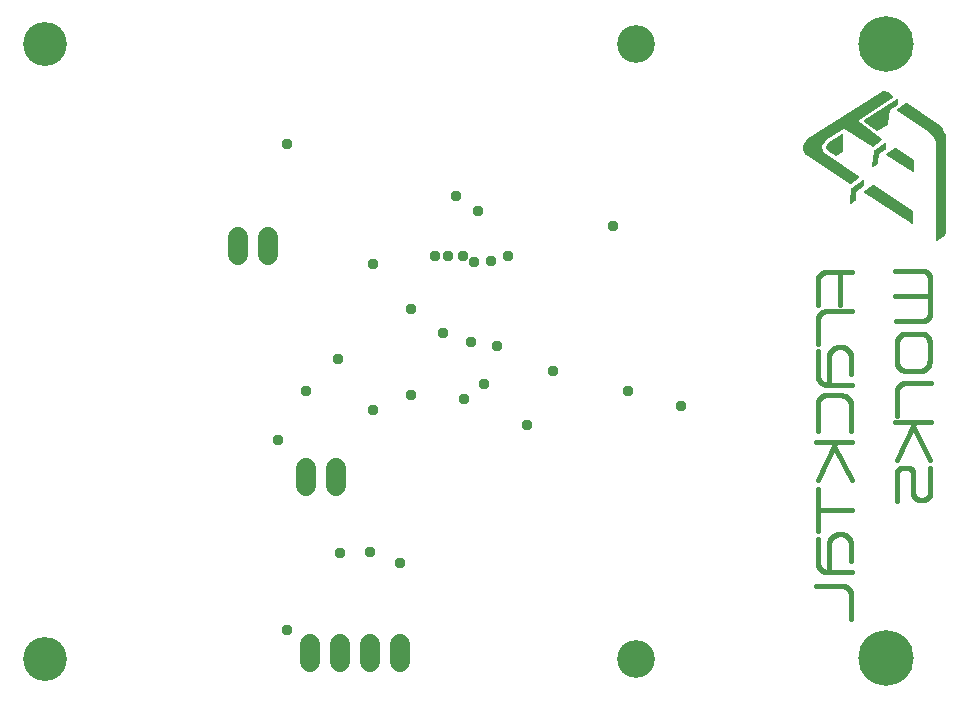
<source format=gbr>
G04 EAGLE Gerber RS-274X export*
G75*
%MOMM*%
%FSLAX34Y34*%
%LPD*%
%INSoldermask Bottom*%
%IPPOS*%
%AMOC8*
5,1,8,0,0,1.08239X$1,22.5*%
G01*
%ADD10C,4.703294*%
%ADD11C,3.203194*%
%ADD12C,3.712694*%
%ADD13C,1.727200*%
%ADD14C,0.406400*%
%ADD15C,0.959600*%

G36*
X848633Y537094D02*
X848633Y537094D01*
X848699Y537093D01*
X848721Y537103D01*
X848739Y537105D01*
X848772Y537126D01*
X848831Y537152D01*
X857213Y542994D01*
X857238Y543022D01*
X857270Y543042D01*
X857296Y543085D01*
X857329Y543123D01*
X857339Y543159D01*
X857358Y543191D01*
X857362Y543241D01*
X857376Y543290D01*
X857369Y543326D01*
X857372Y543364D01*
X857353Y543410D01*
X857344Y543460D01*
X857321Y543490D01*
X857307Y543524D01*
X857262Y543568D01*
X857239Y543598D01*
X857221Y543607D01*
X857203Y543625D01*
X828263Y562411D01*
X827166Y563282D01*
X826266Y564331D01*
X825582Y565532D01*
X825138Y566840D01*
X824951Y568209D01*
X825026Y569589D01*
X825362Y570930D01*
X825946Y572182D01*
X826757Y573301D01*
X827773Y574252D01*
X834653Y579106D01*
X841922Y583349D01*
X842504Y583576D01*
X843108Y583666D01*
X843718Y583620D01*
X844301Y583438D01*
X844861Y583113D01*
X867462Y568892D01*
X867522Y568871D01*
X867579Y568843D01*
X867603Y568844D01*
X867625Y568836D01*
X867689Y568844D01*
X867752Y568844D01*
X867776Y568855D01*
X867797Y568858D01*
X867829Y568879D01*
X867884Y568904D01*
X875758Y574492D01*
X875774Y574510D01*
X875795Y574522D01*
X875831Y574574D01*
X875873Y574622D01*
X875879Y574645D01*
X875893Y574665D01*
X875901Y574728D01*
X875918Y574789D01*
X875913Y574813D01*
X875917Y574836D01*
X875897Y574897D01*
X875884Y574959D01*
X875870Y574978D01*
X875862Y575001D01*
X875800Y575068D01*
X875779Y575096D01*
X875771Y575100D01*
X875764Y575108D01*
X857231Y588817D01*
X856755Y589213D01*
X856414Y589685D01*
X856200Y590226D01*
X856128Y590804D01*
X856200Y591382D01*
X856414Y591923D01*
X856755Y592395D01*
X857220Y592782D01*
X885648Y610803D01*
X885672Y610827D01*
X885702Y610844D01*
X885732Y610888D01*
X885769Y610927D01*
X885780Y610959D01*
X885799Y610988D01*
X885806Y611040D01*
X885823Y611091D01*
X885818Y611125D01*
X885823Y611159D01*
X885806Y611210D01*
X885798Y611263D01*
X885779Y611291D01*
X885768Y611324D01*
X885722Y611373D01*
X885700Y611405D01*
X885685Y611414D01*
X885670Y611430D01*
X880844Y614986D01*
X880826Y614994D01*
X880808Y615009D01*
X879780Y615602D01*
X879746Y615612D01*
X879701Y615636D01*
X878567Y615985D01*
X878532Y615987D01*
X878483Y616001D01*
X877300Y616088D01*
X877265Y616083D01*
X877214Y616085D01*
X876041Y615907D01*
X876009Y615894D01*
X875959Y615885D01*
X874854Y615450D01*
X874826Y615430D01*
X874779Y615410D01*
X873804Y614743D01*
X812340Y575122D01*
X812328Y575109D01*
X812309Y575099D01*
X811027Y574079D01*
X811008Y574054D01*
X810972Y574025D01*
X809924Y572766D01*
X809909Y572737D01*
X809880Y572702D01*
X809108Y571256D01*
X809100Y571225D01*
X809079Y571185D01*
X808615Y569614D01*
X808613Y569581D01*
X808601Y569538D01*
X808464Y567905D01*
X808469Y567873D01*
X808466Y567827D01*
X808662Y566201D01*
X808674Y566171D01*
X808680Y566125D01*
X809201Y564572D01*
X809218Y564545D01*
X809233Y564502D01*
X810058Y563086D01*
X810081Y563063D01*
X810104Y563024D01*
X811199Y561805D01*
X811225Y561786D01*
X811256Y561753D01*
X812574Y560780D01*
X812583Y560776D01*
X812591Y560769D01*
X848405Y537147D01*
X848467Y537124D01*
X848526Y537094D01*
X848547Y537094D01*
X848567Y537087D01*
X848633Y537094D01*
G37*
G36*
X921512Y488834D02*
X921512Y488834D01*
X921585Y488831D01*
X921600Y488837D01*
X921613Y488837D01*
X921647Y488856D01*
X921719Y488885D01*
X926799Y492187D01*
X926812Y492201D01*
X926833Y492212D01*
X927885Y493073D01*
X927906Y493100D01*
X927943Y493133D01*
X928783Y494202D01*
X928797Y494233D01*
X928827Y494273D01*
X929413Y495499D01*
X929420Y495533D01*
X929441Y495578D01*
X929746Y496903D01*
X929746Y496937D01*
X929756Y496986D01*
X929766Y498345D01*
X929766Y498346D01*
X929766Y498347D01*
X930020Y573277D01*
X930017Y573289D01*
X930019Y573304D01*
X929824Y576111D01*
X929817Y576134D01*
X929817Y576166D01*
X929217Y578915D01*
X929206Y578937D01*
X929201Y578968D01*
X928209Y581601D01*
X928196Y581621D01*
X928186Y581651D01*
X926822Y584113D01*
X926806Y584131D01*
X926792Y584159D01*
X925087Y586397D01*
X925074Y586407D01*
X925067Y586421D01*
X925058Y586427D01*
X925050Y586439D01*
X923038Y588405D01*
X923017Y588418D01*
X922996Y588441D01*
X920720Y590096D01*
X920712Y590099D01*
X920705Y590106D01*
X896321Y606108D01*
X896261Y606130D01*
X896205Y606159D01*
X896181Y606159D01*
X896158Y606167D01*
X896095Y606161D01*
X896032Y606162D01*
X896007Y606151D01*
X895986Y606149D01*
X895954Y606128D01*
X895899Y606105D01*
X887263Y600263D01*
X887237Y600234D01*
X887204Y600214D01*
X887179Y600172D01*
X887145Y600136D01*
X887134Y600099D01*
X887114Y600065D01*
X887110Y600016D01*
X887096Y599970D01*
X887103Y599931D01*
X887100Y599893D01*
X887118Y599847D01*
X887126Y599799D01*
X887149Y599768D01*
X887163Y599732D01*
X887206Y599690D01*
X887229Y599659D01*
X887248Y599649D01*
X887267Y599630D01*
X915448Y581097D01*
X917043Y579856D01*
X918410Y578389D01*
X919527Y576724D01*
X920365Y574903D01*
X920905Y572971D01*
X921132Y570971D01*
X921132Y489204D01*
X921148Y489133D01*
X921160Y489061D01*
X921168Y489049D01*
X921171Y489035D01*
X921218Y488979D01*
X921259Y488920D01*
X921272Y488913D01*
X921281Y488902D01*
X921348Y488872D01*
X921412Y488837D01*
X921426Y488837D01*
X921440Y488831D01*
X921512Y488834D01*
G37*
G36*
X900840Y503918D02*
X900840Y503918D01*
X900938Y503928D01*
X901265Y504025D01*
X901293Y504041D01*
X901382Y504084D01*
X901656Y504286D01*
X901677Y504311D01*
X901746Y504381D01*
X901935Y504664D01*
X901946Y504695D01*
X901988Y504784D01*
X902069Y505115D01*
X902070Y505151D01*
X902080Y505206D01*
X902080Y513842D01*
X902074Y513869D01*
X902076Y513897D01*
X902054Y513952D01*
X902041Y514011D01*
X902023Y514032D01*
X902013Y514058D01*
X901955Y514115D01*
X901931Y514144D01*
X901920Y514149D01*
X901909Y514160D01*
X868381Y536258D01*
X868327Y536278D01*
X868276Y536306D01*
X868246Y536307D01*
X868219Y536317D01*
X868161Y536311D01*
X868103Y536314D01*
X868071Y536302D01*
X868046Y536299D01*
X868017Y536280D01*
X867968Y536261D01*
X859586Y530927D01*
X859554Y530894D01*
X859516Y530870D01*
X859494Y530833D01*
X859465Y530803D01*
X859451Y530760D01*
X859428Y530721D01*
X859424Y530678D01*
X859411Y530638D01*
X859418Y530593D01*
X859414Y530548D01*
X859430Y530509D01*
X859436Y530467D01*
X859462Y530429D01*
X859479Y530387D01*
X859515Y530352D01*
X859535Y530324D01*
X859558Y530311D01*
X859583Y530287D01*
X899969Y504125D01*
X899996Y504115D01*
X900027Y504094D01*
X900341Y503961D01*
X900373Y503955D01*
X900468Y503931D01*
X900808Y503912D01*
X900840Y503918D01*
G37*
G36*
X871317Y582057D02*
X871317Y582057D01*
X871373Y582061D01*
X871436Y582086D01*
X871479Y582097D01*
X871506Y582116D01*
X871546Y582132D01*
X880436Y587466D01*
X880498Y587520D01*
X880565Y587568D01*
X880582Y587593D01*
X880605Y587614D01*
X880644Y587686D01*
X880690Y587754D01*
X880699Y587787D01*
X880712Y587811D01*
X880719Y587859D01*
X880740Y587934D01*
X882227Y600332D01*
X888700Y604363D01*
X888702Y604364D01*
X888703Y604365D01*
X888734Y604393D01*
X888737Y604394D01*
X888740Y604398D01*
X888785Y604439D01*
X888867Y604513D01*
X888868Y604515D01*
X888869Y604516D01*
X888920Y604615D01*
X888970Y604712D01*
X888971Y604714D01*
X888972Y604716D01*
X888999Y604901D01*
X888999Y608584D01*
X888996Y608604D01*
X888998Y608624D01*
X888976Y608714D01*
X888960Y608805D01*
X888949Y608822D01*
X888945Y608842D01*
X888893Y608918D01*
X888845Y608998D01*
X888830Y609011D01*
X888819Y609027D01*
X888743Y609081D01*
X888671Y609139D01*
X888652Y609146D01*
X888636Y609158D01*
X888546Y609182D01*
X888459Y609211D01*
X888439Y609211D01*
X888419Y609216D01*
X888327Y609207D01*
X888234Y609205D01*
X888216Y609197D01*
X888196Y609195D01*
X888036Y609124D01*
X888027Y609120D01*
X888026Y609120D01*
X888025Y609119D01*
X860085Y591339D01*
X860035Y591294D01*
X859980Y591256D01*
X859954Y591218D01*
X859920Y591187D01*
X859889Y591127D01*
X859851Y591073D01*
X859839Y591028D01*
X859818Y590987D01*
X859810Y590921D01*
X859793Y590856D01*
X859797Y590810D01*
X859792Y590764D01*
X859808Y590699D01*
X859814Y590633D01*
X859834Y590591D01*
X859845Y590546D01*
X859883Y590491D01*
X859912Y590431D01*
X859950Y590393D01*
X859971Y590361D01*
X860004Y590337D01*
X860044Y590297D01*
X870839Y582169D01*
X870889Y582144D01*
X870934Y582110D01*
X870988Y582094D01*
X871039Y582068D01*
X871095Y582062D01*
X871149Y582046D01*
X871206Y582049D01*
X871262Y582043D01*
X871317Y582057D01*
G37*
G36*
X902240Y547763D02*
X902240Y547763D01*
X902309Y547765D01*
X902325Y547774D01*
X902344Y547777D01*
X902401Y547815D01*
X902461Y547848D01*
X902472Y547863D01*
X902487Y547874D01*
X902521Y547934D01*
X902561Y547990D01*
X902565Y548010D01*
X902573Y548024D01*
X902575Y548063D01*
X902588Y548132D01*
X902588Y557530D01*
X902582Y557558D01*
X902584Y557586D01*
X902562Y557641D01*
X902549Y557699D01*
X902531Y557721D01*
X902520Y557747D01*
X902463Y557803D01*
X902439Y557832D01*
X902427Y557837D01*
X902417Y557848D01*
X886923Y568008D01*
X886867Y568028D01*
X886816Y568056D01*
X886787Y568058D01*
X886760Y568067D01*
X886701Y568061D01*
X886642Y568063D01*
X886612Y568051D01*
X886588Y568049D01*
X886558Y568029D01*
X886508Y568010D01*
X878634Y562930D01*
X878601Y562895D01*
X878561Y562868D01*
X878541Y562834D01*
X878514Y562805D01*
X878499Y562759D01*
X878475Y562718D01*
X878473Y562678D01*
X878461Y562640D01*
X878468Y562592D01*
X878465Y562545D01*
X878481Y562508D01*
X878487Y562469D01*
X878515Y562429D01*
X878533Y562385D01*
X878568Y562353D01*
X878586Y562327D01*
X878611Y562313D01*
X878640Y562287D01*
X902008Y547809D01*
X902073Y547787D01*
X902136Y547759D01*
X902154Y547759D01*
X902172Y547753D01*
X902240Y547763D01*
G37*
G36*
X836660Y560849D02*
X836660Y560849D01*
X836707Y560853D01*
X836783Y560885D01*
X836831Y560899D01*
X836850Y560913D01*
X836879Y560925D01*
X842086Y564100D01*
X842092Y564106D01*
X842099Y564109D01*
X842131Y564139D01*
X842164Y564158D01*
X842197Y564199D01*
X842254Y564249D01*
X842258Y564256D01*
X842263Y564261D01*
X842288Y564311D01*
X842305Y564332D01*
X842318Y564369D01*
X842360Y564447D01*
X842361Y564455D01*
X842364Y564462D01*
X842375Y564537D01*
X842377Y564545D01*
X842377Y564553D01*
X842390Y564648D01*
X842263Y579253D01*
X842257Y579285D01*
X842259Y579318D01*
X842250Y579349D01*
X842250Y579357D01*
X842242Y579376D01*
X842236Y579395D01*
X842222Y579473D01*
X842205Y579501D01*
X842195Y579533D01*
X842147Y579597D01*
X842106Y579665D01*
X842080Y579686D01*
X842060Y579712D01*
X841993Y579755D01*
X841930Y579805D01*
X841899Y579815D01*
X841871Y579833D01*
X841793Y579850D01*
X841717Y579875D01*
X841684Y579874D01*
X841652Y579881D01*
X841573Y579870D01*
X841493Y579867D01*
X841463Y579854D01*
X841430Y579849D01*
X841330Y579799D01*
X841286Y579780D01*
X841277Y579772D01*
X841263Y579765D01*
X829960Y571764D01*
X829938Y571742D01*
X829904Y571720D01*
X829307Y571189D01*
X829277Y571149D01*
X829206Y571074D01*
X828753Y570416D01*
X828733Y570370D01*
X828683Y570281D01*
X828400Y569533D01*
X828391Y569484D01*
X828364Y569385D01*
X828268Y568592D01*
X828270Y568542D01*
X828268Y568439D01*
X828364Y567646D01*
X828378Y567598D01*
X828400Y567498D01*
X828683Y566750D01*
X828708Y566707D01*
X828753Y566615D01*
X829206Y565957D01*
X829242Y565921D01*
X829307Y565842D01*
X829904Y565311D01*
X829932Y565294D01*
X829964Y565264D01*
X836187Y560946D01*
X836230Y560927D01*
X836267Y560899D01*
X836331Y560880D01*
X836391Y560853D01*
X836438Y560849D01*
X836483Y560836D01*
X836549Y560841D01*
X836615Y560836D01*
X836660Y560849D01*
G37*
G36*
X848892Y520200D02*
X848892Y520200D01*
X848937Y520197D01*
X849002Y520216D01*
X849070Y520226D01*
X849116Y520249D01*
X849152Y520260D01*
X849185Y520284D01*
X849237Y520311D01*
X852793Y522851D01*
X852812Y522871D01*
X852834Y522884D01*
X852855Y522909D01*
X852887Y522933D01*
X852914Y522975D01*
X852949Y523012D01*
X852963Y523043D01*
X852975Y523058D01*
X852984Y523082D01*
X853009Y523121D01*
X853023Y523179D01*
X853040Y523217D01*
X853042Y523254D01*
X853046Y523266D01*
X853047Y523270D01*
X853047Y523272D01*
X853055Y523303D01*
X853789Y530523D01*
X860048Y535309D01*
X860099Y535365D01*
X860156Y535415D01*
X860174Y535447D01*
X860200Y535475D01*
X860228Y535545D01*
X860264Y535611D01*
X860272Y535653D01*
X860284Y535683D01*
X860285Y535728D01*
X860297Y535796D01*
X860424Y540495D01*
X860417Y540539D01*
X860420Y540584D01*
X860410Y540618D01*
X860410Y540619D01*
X860408Y540623D01*
X860401Y540649D01*
X860390Y540717D01*
X860369Y540756D01*
X860356Y540799D01*
X860315Y540853D01*
X860282Y540913D01*
X860247Y540942D01*
X860220Y540978D01*
X860163Y541015D01*
X860111Y541059D01*
X860069Y541074D01*
X860031Y541099D01*
X859965Y541113D01*
X859901Y541137D01*
X859856Y541136D01*
X859812Y541146D01*
X859744Y541136D01*
X859676Y541136D01*
X859634Y541120D01*
X859590Y541114D01*
X859513Y541075D01*
X859466Y541057D01*
X859449Y541042D01*
X859423Y541029D01*
X849771Y534171D01*
X849726Y534125D01*
X849674Y534087D01*
X849648Y534046D01*
X849614Y534011D01*
X849587Y533952D01*
X849553Y533898D01*
X849539Y533843D01*
X849522Y533806D01*
X849520Y533768D01*
X849507Y533717D01*
X848237Y520890D01*
X848242Y520822D01*
X848238Y520753D01*
X848251Y520711D01*
X848255Y520666D01*
X848283Y520604D01*
X848303Y520539D01*
X848330Y520503D01*
X848349Y520462D01*
X848398Y520414D01*
X848439Y520360D01*
X848477Y520336D01*
X848509Y520304D01*
X848571Y520276D01*
X848628Y520240D01*
X848672Y520230D01*
X848713Y520212D01*
X848781Y520207D01*
X848848Y520193D01*
X848892Y520200D01*
G37*
G36*
X867667Y551695D02*
X867667Y551695D01*
X867711Y551691D01*
X867778Y551708D01*
X867846Y551715D01*
X867893Y551737D01*
X867929Y551747D01*
X867963Y551770D01*
X868016Y551795D01*
X871826Y554335D01*
X871853Y554362D01*
X871884Y554380D01*
X871900Y554400D01*
X871927Y554419D01*
X871954Y554458D01*
X871988Y554491D01*
X872008Y554532D01*
X872025Y554554D01*
X872031Y554572D01*
X872053Y554605D01*
X872068Y554658D01*
X872085Y554693D01*
X872089Y554732D01*
X872104Y554786D01*
X873083Y562745D01*
X878167Y566013D01*
X878214Y566057D01*
X878267Y566093D01*
X878295Y566133D01*
X878331Y566166D01*
X878360Y566224D01*
X878397Y566276D01*
X878414Y566330D01*
X878432Y566367D01*
X878436Y566405D01*
X878452Y566455D01*
X878969Y569988D01*
X879214Y571662D01*
X879211Y571735D01*
X879218Y571807D01*
X879208Y571846D01*
X879206Y571886D01*
X879179Y571954D01*
X879160Y572024D01*
X879137Y572057D01*
X879121Y572094D01*
X879072Y572148D01*
X879030Y572207D01*
X878997Y572230D01*
X878969Y572259D01*
X878905Y572292D01*
X878845Y572333D01*
X878805Y572343D01*
X878770Y572361D01*
X878697Y572370D01*
X878627Y572387D01*
X878587Y572382D01*
X878547Y572387D01*
X878476Y572370D01*
X878404Y572362D01*
X878362Y572342D01*
X878329Y572334D01*
X878292Y572309D01*
X878234Y572282D01*
X869090Y566186D01*
X869045Y566142D01*
X868993Y566106D01*
X868965Y566065D01*
X868928Y566030D01*
X868901Y565974D01*
X868865Y565922D01*
X868849Y565865D01*
X868831Y565828D01*
X868828Y565791D01*
X868813Y565742D01*
X867035Y552407D01*
X867038Y552338D01*
X867032Y552270D01*
X867043Y552227D01*
X867045Y552183D01*
X867072Y552120D01*
X867090Y552053D01*
X867116Y552017D01*
X867133Y551976D01*
X867180Y551926D01*
X867220Y551870D01*
X867257Y551845D01*
X867287Y551813D01*
X867349Y551782D01*
X867405Y551744D01*
X867448Y551733D01*
X867488Y551714D01*
X867557Y551707D01*
X867623Y551690D01*
X867667Y551695D01*
G37*
D10*
X879124Y655606D03*
X879124Y135666D03*
D11*
X666774Y135536D03*
X666774Y655606D03*
D12*
X166774Y655606D03*
X166774Y135536D03*
D13*
X442062Y132336D02*
X442062Y147576D01*
X416662Y147576D02*
X416662Y132336D01*
X391262Y132336D02*
X391262Y147576D01*
X467462Y147576D02*
X467462Y132336D01*
X355219Y477012D02*
X355219Y492252D01*
X329819Y492252D02*
X329819Y477012D01*
X412750Y296545D02*
X412750Y281305D01*
X387350Y281305D02*
X387350Y296545D01*
D14*
X821182Y434848D02*
X820928Y454406D01*
X820928Y455168D01*
X820930Y455352D01*
X820937Y455536D01*
X820948Y455720D01*
X820964Y455903D01*
X820984Y456086D01*
X821008Y456269D01*
X821037Y456451D01*
X821070Y456632D01*
X821108Y456812D01*
X821149Y456992D01*
X821196Y457170D01*
X821246Y457347D01*
X821301Y457523D01*
X821360Y457697D01*
X821423Y457870D01*
X821491Y458041D01*
X821562Y458211D01*
X821638Y458379D01*
X821717Y458545D01*
X821801Y458709D01*
X821888Y458871D01*
X821980Y459031D01*
X822075Y459189D01*
X822174Y459344D01*
X822277Y459497D01*
X822383Y459647D01*
X822493Y459795D01*
X822607Y459940D01*
X822724Y460082D01*
X822844Y460221D01*
X822968Y460357D01*
X823095Y460491D01*
X823225Y460621D01*
X823359Y460748D01*
X823495Y460872D01*
X823634Y460992D01*
X823776Y461109D01*
X823921Y461223D01*
X824069Y461333D01*
X824219Y461439D01*
X824372Y461542D01*
X824527Y461641D01*
X824685Y461736D01*
X824845Y461828D01*
X825007Y461915D01*
X825171Y461999D01*
X825337Y462078D01*
X825505Y462154D01*
X825675Y462225D01*
X825846Y462293D01*
X826019Y462356D01*
X826193Y462415D01*
X826369Y462470D01*
X826546Y462520D01*
X826724Y462567D01*
X826904Y462608D01*
X827084Y462646D01*
X827265Y462679D01*
X827447Y462708D01*
X827630Y462732D01*
X827813Y462752D01*
X827996Y462768D01*
X828180Y462779D01*
X828364Y462786D01*
X828548Y462788D01*
X849884Y462788D01*
X839470Y460502D02*
X839470Y434848D01*
X820928Y421640D02*
X820928Y402082D01*
X820928Y421640D02*
X820930Y421837D01*
X820938Y422035D01*
X820950Y422231D01*
X820966Y422428D01*
X820988Y422624D01*
X821014Y422820D01*
X821045Y423015D01*
X821081Y423209D01*
X821121Y423402D01*
X821166Y423594D01*
X821216Y423785D01*
X821270Y423975D01*
X821329Y424163D01*
X821393Y424350D01*
X821461Y424535D01*
X821533Y424719D01*
X821610Y424900D01*
X821691Y425080D01*
X821777Y425258D01*
X821867Y425434D01*
X821961Y425607D01*
X822060Y425778D01*
X822162Y425947D01*
X822269Y426113D01*
X822379Y426276D01*
X822494Y426437D01*
X822612Y426595D01*
X822734Y426750D01*
X822860Y426902D01*
X822989Y427051D01*
X823122Y427196D01*
X823259Y427339D01*
X823399Y427478D01*
X823542Y427614D01*
X823689Y427746D01*
X823839Y427874D01*
X823991Y427999D01*
X824147Y428120D01*
X824306Y428238D01*
X824467Y428351D01*
X824631Y428460D01*
X824798Y428566D01*
X824968Y428667D01*
X825139Y428764D01*
X825313Y428857D01*
X825490Y428946D01*
X825668Y429031D01*
X825848Y429111D01*
X826030Y429187D01*
X826214Y429258D01*
X826400Y429325D01*
X826587Y429387D01*
X826776Y429445D01*
X826966Y429498D01*
X827157Y429546D01*
X827350Y429590D01*
X827543Y429629D01*
X827737Y429664D01*
X827933Y429693D01*
X828128Y429718D01*
X828325Y429739D01*
X828521Y429754D01*
X828718Y429765D01*
X828916Y429771D01*
X829113Y429772D01*
X829310Y429768D01*
X849884Y430022D01*
X821182Y395732D02*
X821182Y375412D01*
X821184Y375213D01*
X821192Y375015D01*
X821204Y374817D01*
X821221Y374619D01*
X821243Y374421D01*
X821269Y374224D01*
X821301Y374028D01*
X821337Y373833D01*
X821378Y373638D01*
X821423Y373445D01*
X821474Y373253D01*
X821529Y373062D01*
X821589Y372873D01*
X821653Y372685D01*
X821722Y372498D01*
X821795Y372314D01*
X821873Y372131D01*
X821956Y371950D01*
X822042Y371772D01*
X822133Y371595D01*
X822229Y371421D01*
X822328Y371249D01*
X822432Y371079D01*
X822540Y370913D01*
X822652Y370749D01*
X822768Y370587D01*
X822888Y370429D01*
X823011Y370273D01*
X823139Y370121D01*
X823270Y369972D01*
X823405Y369826D01*
X823543Y369683D01*
X823684Y369544D01*
X823830Y369408D01*
X823978Y369276D01*
X824129Y369147D01*
X824284Y369022D01*
X824441Y368901D01*
X824602Y368784D01*
X824765Y368671D01*
X824931Y368562D01*
X825100Y368457D01*
X825271Y368356D01*
X825445Y368260D01*
X825620Y368167D01*
X825799Y368079D01*
X825979Y367995D01*
X826161Y367916D01*
X826345Y367841D01*
X826531Y367771D01*
X826718Y367705D01*
X826907Y367644D01*
X827098Y367588D01*
X827289Y367536D01*
X827482Y367489D01*
X827677Y367447D01*
X827872Y367409D01*
X828067Y367376D01*
X828264Y367348D01*
X828461Y367325D01*
X828659Y367306D01*
X828857Y367293D01*
X829056Y367284D01*
X850138Y367538D01*
X849122Y376428D02*
X849122Y390652D01*
X849119Y390867D01*
X849112Y391083D01*
X849099Y391298D01*
X849080Y391513D01*
X849057Y391727D01*
X849028Y391940D01*
X848994Y392153D01*
X848955Y392365D01*
X848911Y392576D01*
X848862Y392786D01*
X848808Y392994D01*
X848749Y393201D01*
X848685Y393407D01*
X848615Y393611D01*
X848541Y393813D01*
X848462Y394014D01*
X848378Y394212D01*
X848290Y394409D01*
X848196Y394603D01*
X848098Y394795D01*
X847996Y394984D01*
X847888Y395171D01*
X847777Y395355D01*
X847660Y395537D01*
X847540Y395715D01*
X847415Y395891D01*
X847286Y396064D01*
X847153Y396233D01*
X847016Y396399D01*
X846875Y396562D01*
X846729Y396721D01*
X846580Y396877D01*
X846428Y397029D01*
X846272Y397177D01*
X846112Y397322D01*
X845948Y397462D01*
X845782Y397599D01*
X845612Y397731D01*
X845439Y397860D01*
X845263Y397984D01*
X845084Y398104D01*
X844902Y398219D01*
X844717Y398330D01*
X844530Y398437D01*
X844340Y398538D01*
X844147Y398636D01*
X843953Y398728D01*
X843756Y398816D01*
X843557Y398899D01*
X843357Y398978D01*
X843154Y399051D01*
X842950Y399119D01*
X842744Y399183D01*
X842536Y399241D01*
X842328Y399295D01*
X842118Y399343D01*
X841907Y399386D01*
X841695Y399424D01*
X841482Y399457D01*
X841268Y399485D01*
X841054Y399508D01*
X840839Y399525D01*
X840624Y399537D01*
X840408Y399544D01*
X840193Y399546D01*
X839978Y399542D01*
X839733Y399532D01*
X839489Y399516D01*
X839246Y399495D01*
X839003Y399467D01*
X838761Y399433D01*
X838520Y399394D01*
X838279Y399348D01*
X838040Y399297D01*
X837803Y399240D01*
X837566Y399177D01*
X837332Y399109D01*
X837099Y399035D01*
X836868Y398955D01*
X836639Y398869D01*
X836412Y398778D01*
X836187Y398682D01*
X835965Y398580D01*
X835746Y398472D01*
X835529Y398360D01*
X835315Y398242D01*
X835103Y398118D01*
X834895Y397990D01*
X834690Y397857D01*
X834489Y397719D01*
X834291Y397576D01*
X834096Y397428D01*
X833905Y397275D01*
X833718Y397118D01*
X833535Y396956D01*
X833355Y396790D01*
X833180Y396619D01*
X833009Y396445D01*
X832842Y396266D01*
X832680Y396083D01*
X832522Y395896D01*
X832369Y395706D01*
X832221Y395512D01*
X832077Y395314D01*
X831938Y395113D01*
X831804Y394908D01*
X831675Y394700D01*
X831552Y394490D01*
X831433Y394276D01*
X831320Y394059D01*
X831212Y393840D01*
X831109Y393618D01*
X831012Y393394D01*
X830920Y393167D01*
X830834Y392938D01*
X830834Y369316D01*
X820928Y350774D02*
X820928Y328422D01*
X820928Y350774D02*
X820930Y350967D01*
X820937Y351161D01*
X820949Y351354D01*
X820966Y351546D01*
X820987Y351739D01*
X821013Y351930D01*
X821044Y352121D01*
X821079Y352311D01*
X821119Y352501D01*
X821163Y352689D01*
X821212Y352876D01*
X821266Y353062D01*
X821324Y353246D01*
X821387Y353429D01*
X821454Y353610D01*
X821526Y353790D01*
X821602Y353968D01*
X821682Y354144D01*
X821766Y354318D01*
X821855Y354490D01*
X821948Y354659D01*
X822045Y354826D01*
X822146Y354991D01*
X822252Y355154D01*
X822361Y355313D01*
X822474Y355470D01*
X822590Y355625D01*
X822711Y355776D01*
X822835Y355924D01*
X822963Y356069D01*
X823094Y356211D01*
X823229Y356350D01*
X823367Y356486D01*
X823508Y356618D01*
X823652Y356746D01*
X823800Y356871D01*
X823951Y356993D01*
X824104Y357110D01*
X824261Y357224D01*
X824420Y357334D01*
X824581Y357440D01*
X824746Y357542D01*
X824912Y357640D01*
X825081Y357734D01*
X825253Y357824D01*
X825426Y357909D01*
X825602Y357990D01*
X825779Y358067D01*
X825958Y358140D01*
X826139Y358208D01*
X826322Y358272D01*
X826506Y358331D01*
X826692Y358386D01*
X826878Y358436D01*
X827066Y358481D01*
X827255Y358522D01*
X827445Y358559D01*
X827636Y358590D01*
X827828Y358617D01*
X828020Y358640D01*
X828212Y358657D01*
X828405Y358670D01*
X828598Y358678D01*
X828792Y358682D01*
X828985Y358681D01*
X829179Y358675D01*
X829372Y358664D01*
X829564Y358648D01*
X840994Y358394D01*
X841199Y358387D01*
X841404Y358375D01*
X841609Y358358D01*
X841813Y358336D01*
X842017Y358309D01*
X842219Y358277D01*
X842421Y358241D01*
X842622Y358199D01*
X842822Y358152D01*
X843021Y358101D01*
X843219Y358045D01*
X843415Y357984D01*
X843609Y357919D01*
X843802Y357848D01*
X843993Y357773D01*
X844183Y357694D01*
X844370Y357610D01*
X844555Y357521D01*
X844738Y357428D01*
X844919Y357331D01*
X845097Y357229D01*
X845273Y357123D01*
X845446Y357012D01*
X845616Y356898D01*
X845784Y356779D01*
X845949Y356656D01*
X846110Y356530D01*
X846269Y356399D01*
X846424Y356265D01*
X846576Y356127D01*
X846725Y355985D01*
X846870Y355840D01*
X847011Y355691D01*
X847149Y355539D01*
X847283Y355384D01*
X847414Y355225D01*
X847540Y355064D01*
X847663Y354899D01*
X847781Y354731D01*
X847896Y354561D01*
X848006Y354388D01*
X848112Y354212D01*
X848214Y354034D01*
X848311Y353853D01*
X848404Y353670D01*
X848493Y353485D01*
X848577Y353297D01*
X848656Y353108D01*
X848731Y352917D01*
X848801Y352724D01*
X848867Y352529D01*
X848928Y352333D01*
X848983Y352136D01*
X849035Y351937D01*
X849081Y351737D01*
X849122Y351536D01*
X849376Y328422D01*
X836168Y318770D02*
X819912Y318770D01*
X836168Y318770D02*
X850138Y318770D01*
X836168Y318770D02*
X820928Y286766D01*
X849630Y286766D02*
X835152Y315976D01*
X821436Y279146D02*
X821436Y243586D01*
X821182Y261112D02*
X849884Y261112D01*
X821182Y237236D02*
X821182Y216916D01*
X821184Y216717D01*
X821192Y216519D01*
X821204Y216321D01*
X821221Y216123D01*
X821243Y215925D01*
X821269Y215728D01*
X821301Y215532D01*
X821337Y215337D01*
X821378Y215142D01*
X821423Y214949D01*
X821474Y214757D01*
X821529Y214566D01*
X821589Y214377D01*
X821653Y214189D01*
X821722Y214002D01*
X821795Y213818D01*
X821873Y213635D01*
X821956Y213454D01*
X822042Y213276D01*
X822133Y213099D01*
X822229Y212925D01*
X822328Y212753D01*
X822432Y212583D01*
X822540Y212417D01*
X822652Y212253D01*
X822768Y212091D01*
X822888Y211933D01*
X823011Y211777D01*
X823139Y211625D01*
X823270Y211476D01*
X823405Y211330D01*
X823543Y211187D01*
X823684Y211048D01*
X823830Y210912D01*
X823978Y210780D01*
X824129Y210651D01*
X824284Y210526D01*
X824441Y210405D01*
X824602Y210288D01*
X824765Y210175D01*
X824931Y210066D01*
X825100Y209961D01*
X825271Y209860D01*
X825445Y209764D01*
X825620Y209671D01*
X825799Y209583D01*
X825979Y209499D01*
X826161Y209420D01*
X826345Y209345D01*
X826531Y209275D01*
X826718Y209209D01*
X826907Y209148D01*
X827098Y209092D01*
X827289Y209040D01*
X827482Y208993D01*
X827677Y208951D01*
X827872Y208913D01*
X828067Y208880D01*
X828264Y208852D01*
X828461Y208829D01*
X828659Y208810D01*
X828857Y208797D01*
X829056Y208788D01*
X850138Y209042D01*
X849122Y217932D02*
X849122Y232156D01*
X849119Y232371D01*
X849112Y232587D01*
X849099Y232802D01*
X849080Y233017D01*
X849057Y233231D01*
X849028Y233444D01*
X848994Y233657D01*
X848955Y233869D01*
X848911Y234080D01*
X848862Y234290D01*
X848808Y234498D01*
X848749Y234705D01*
X848685Y234911D01*
X848615Y235115D01*
X848541Y235317D01*
X848462Y235518D01*
X848378Y235716D01*
X848290Y235913D01*
X848196Y236107D01*
X848098Y236299D01*
X847996Y236488D01*
X847888Y236675D01*
X847777Y236859D01*
X847660Y237041D01*
X847540Y237219D01*
X847415Y237395D01*
X847286Y237568D01*
X847153Y237737D01*
X847016Y237903D01*
X846875Y238066D01*
X846729Y238225D01*
X846580Y238381D01*
X846428Y238533D01*
X846272Y238681D01*
X846112Y238826D01*
X845948Y238966D01*
X845782Y239103D01*
X845612Y239235D01*
X845439Y239364D01*
X845263Y239488D01*
X845084Y239608D01*
X844902Y239723D01*
X844717Y239834D01*
X844530Y239941D01*
X844340Y240042D01*
X844147Y240140D01*
X843953Y240232D01*
X843756Y240320D01*
X843557Y240403D01*
X843357Y240482D01*
X843154Y240555D01*
X842950Y240623D01*
X842744Y240687D01*
X842536Y240745D01*
X842328Y240799D01*
X842118Y240847D01*
X841907Y240890D01*
X841695Y240928D01*
X841482Y240961D01*
X841268Y240989D01*
X841054Y241012D01*
X840839Y241029D01*
X840624Y241041D01*
X840408Y241048D01*
X840193Y241050D01*
X839978Y241046D01*
X839733Y241036D01*
X839489Y241020D01*
X839246Y240999D01*
X839003Y240971D01*
X838761Y240937D01*
X838520Y240898D01*
X838279Y240852D01*
X838040Y240801D01*
X837803Y240744D01*
X837566Y240681D01*
X837332Y240613D01*
X837099Y240539D01*
X836868Y240459D01*
X836639Y240373D01*
X836412Y240282D01*
X836187Y240186D01*
X835965Y240084D01*
X835746Y239976D01*
X835529Y239864D01*
X835315Y239746D01*
X835103Y239622D01*
X834895Y239494D01*
X834690Y239361D01*
X834489Y239223D01*
X834291Y239080D01*
X834096Y238932D01*
X833905Y238779D01*
X833718Y238622D01*
X833535Y238460D01*
X833355Y238294D01*
X833180Y238123D01*
X833009Y237949D01*
X832842Y237770D01*
X832680Y237587D01*
X832522Y237400D01*
X832369Y237210D01*
X832221Y237016D01*
X832077Y236818D01*
X831938Y236617D01*
X831804Y236412D01*
X831675Y236204D01*
X831552Y235994D01*
X831433Y235780D01*
X831320Y235563D01*
X831212Y235344D01*
X831109Y235122D01*
X831012Y234898D01*
X830920Y234671D01*
X830834Y234442D01*
X830834Y210820D01*
X840994Y197358D02*
X819658Y197358D01*
X840994Y197358D02*
X841194Y197356D01*
X841395Y197348D01*
X841595Y197336D01*
X841794Y197319D01*
X841994Y197297D01*
X842192Y197270D01*
X842390Y197238D01*
X842587Y197201D01*
X842783Y197160D01*
X842978Y197113D01*
X843172Y197062D01*
X843365Y197006D01*
X843556Y196946D01*
X843745Y196881D01*
X843933Y196811D01*
X844119Y196736D01*
X844303Y196657D01*
X844486Y196574D01*
X844666Y196486D01*
X844844Y196394D01*
X845019Y196297D01*
X845192Y196196D01*
X845363Y196091D01*
X845531Y195982D01*
X845696Y195868D01*
X845859Y195751D01*
X846018Y195630D01*
X846175Y195504D01*
X846328Y195375D01*
X846478Y195243D01*
X846625Y195106D01*
X846769Y194966D01*
X846909Y194823D01*
X847045Y194676D01*
X847178Y194526D01*
X847307Y194372D01*
X847432Y194216D01*
X847553Y194057D01*
X847671Y193894D01*
X847784Y193729D01*
X847894Y193561D01*
X847999Y193390D01*
X848100Y193217D01*
X848196Y193041D01*
X848289Y192864D01*
X848377Y192683D01*
X848460Y192501D01*
X848539Y192317D01*
X848613Y192131D01*
X848683Y191943D01*
X848749Y191754D01*
X848809Y191562D01*
X848865Y191370D01*
X848916Y191176D01*
X848962Y190981D01*
X849004Y190785D01*
X849041Y190588D01*
X849072Y190390D01*
X849099Y190192D01*
X849122Y189992D01*
X849376Y169164D01*
X886460Y464058D02*
X909066Y464058D01*
X909233Y464056D01*
X909400Y464050D01*
X909567Y464040D01*
X909733Y464025D01*
X909900Y464007D01*
X910065Y463985D01*
X910230Y463959D01*
X910395Y463928D01*
X910558Y463894D01*
X910721Y463856D01*
X910882Y463813D01*
X911043Y463767D01*
X911202Y463717D01*
X911361Y463663D01*
X911517Y463605D01*
X911673Y463544D01*
X911827Y463478D01*
X911979Y463409D01*
X912129Y463336D01*
X912278Y463260D01*
X912425Y463180D01*
X912569Y463097D01*
X912712Y463009D01*
X912852Y462919D01*
X912991Y462825D01*
X913127Y462728D01*
X913260Y462627D01*
X913391Y462524D01*
X913520Y462417D01*
X913645Y462307D01*
X913769Y462194D01*
X913889Y462078D01*
X914006Y461959D01*
X914121Y461837D01*
X914232Y461713D01*
X914341Y461586D01*
X914446Y461456D01*
X914548Y461324D01*
X914647Y461189D01*
X914743Y461052D01*
X914835Y460912D01*
X914924Y460771D01*
X915009Y460627D01*
X915091Y460481D01*
X915169Y460334D01*
X915244Y460184D01*
X915315Y460033D01*
X915382Y459880D01*
X915446Y459725D01*
X915505Y459569D01*
X915561Y459412D01*
X915613Y459253D01*
X915661Y459093D01*
X915706Y458932D01*
X915746Y458770D01*
X915782Y458607D01*
X915815Y458443D01*
X915843Y458278D01*
X915867Y458113D01*
X915888Y457947D01*
X915904Y457780D01*
X915916Y457614D01*
X915924Y457447D01*
X915928Y457280D01*
X915929Y457113D01*
X915924Y456946D01*
X915924Y427482D01*
X915922Y427331D01*
X915916Y427179D01*
X915906Y427028D01*
X915893Y426877D01*
X915875Y426727D01*
X915854Y426577D01*
X915828Y426427D01*
X915799Y426279D01*
X915766Y426131D01*
X915729Y425984D01*
X915689Y425838D01*
X915644Y425693D01*
X915596Y425549D01*
X915544Y425407D01*
X915489Y425266D01*
X915430Y425126D01*
X915367Y424989D01*
X915301Y424852D01*
X915231Y424718D01*
X915158Y424585D01*
X915082Y424454D01*
X915002Y424326D01*
X914918Y424199D01*
X914832Y424075D01*
X914742Y423953D01*
X914650Y423833D01*
X914554Y423715D01*
X914455Y423601D01*
X914353Y423488D01*
X914248Y423379D01*
X914141Y423272D01*
X914031Y423168D01*
X913918Y423067D01*
X913803Y422969D01*
X913685Y422874D01*
X913565Y422781D01*
X913442Y422692D01*
X913317Y422607D01*
X913190Y422524D01*
X913061Y422445D01*
X912930Y422369D01*
X912796Y422297D01*
X912662Y422228D01*
X912525Y422163D01*
X912387Y422101D01*
X912247Y422042D01*
X912106Y421988D01*
X911963Y421937D01*
X911819Y421889D01*
X911674Y421846D01*
X911528Y421806D01*
X911380Y421770D01*
X911232Y421738D01*
X911084Y421710D01*
X910934Y421685D01*
X910784Y421665D01*
X910633Y421648D01*
X910482Y421635D01*
X910331Y421626D01*
X910180Y421621D01*
X910028Y421620D01*
X909877Y421623D01*
X909725Y421630D01*
X909574Y421640D01*
X887222Y421640D01*
X886714Y442976D02*
X915670Y442976D01*
X897128Y410718D02*
X894588Y410718D01*
X897128Y410718D02*
X908304Y410718D01*
X908478Y410722D01*
X908651Y410721D01*
X908824Y410717D01*
X908997Y410708D01*
X909169Y410695D01*
X909341Y410678D01*
X909513Y410657D01*
X909684Y410631D01*
X909855Y410601D01*
X910025Y410568D01*
X910194Y410530D01*
X910362Y410488D01*
X910528Y410442D01*
X910694Y410391D01*
X910859Y410337D01*
X911022Y410279D01*
X911183Y410217D01*
X911343Y410151D01*
X911502Y410081D01*
X911658Y410008D01*
X911813Y409930D01*
X911966Y409849D01*
X912117Y409764D01*
X912266Y409676D01*
X912412Y409583D01*
X912557Y409488D01*
X912698Y409389D01*
X912838Y409286D01*
X912975Y409180D01*
X913109Y409071D01*
X913241Y408958D01*
X913370Y408843D01*
X913496Y408724D01*
X913619Y408602D01*
X913739Y408478D01*
X913856Y408350D01*
X913970Y408220D01*
X914080Y408087D01*
X914188Y407951D01*
X914292Y407812D01*
X914392Y407672D01*
X914489Y407528D01*
X914583Y407383D01*
X914673Y407235D01*
X914760Y407085D01*
X914843Y406933D01*
X914922Y406779D01*
X914997Y406623D01*
X915069Y406466D01*
X915136Y406306D01*
X915200Y406145D01*
X915260Y405983D01*
X915316Y405819D01*
X915368Y405654D01*
X915416Y405488D01*
X915460Y405320D01*
X915499Y405152D01*
X915535Y404982D01*
X915566Y404812D01*
X915594Y404641D01*
X915617Y404470D01*
X915636Y404298D01*
X915651Y404125D01*
X915661Y403952D01*
X915668Y403779D01*
X915670Y403606D01*
X915670Y387350D01*
X915668Y387148D01*
X915660Y386945D01*
X915648Y386743D01*
X915631Y386542D01*
X915608Y386341D01*
X915581Y386140D01*
X915549Y385940D01*
X915513Y385741D01*
X915471Y385543D01*
X915425Y385346D01*
X915373Y385151D01*
X915317Y384956D01*
X915257Y384763D01*
X915191Y384572D01*
X915121Y384382D01*
X915047Y384194D01*
X914968Y384008D01*
X914884Y383823D01*
X914796Y383641D01*
X914703Y383461D01*
X914606Y383284D01*
X914505Y383108D01*
X914400Y382936D01*
X914290Y382766D01*
X914176Y382598D01*
X914058Y382434D01*
X913937Y382272D01*
X913811Y382114D01*
X913681Y381958D01*
X913548Y381806D01*
X913411Y381657D01*
X913271Y381511D01*
X913127Y381369D01*
X912979Y381230D01*
X912828Y381096D01*
X912674Y380964D01*
X912517Y380837D01*
X912357Y380713D01*
X912194Y380594D01*
X912028Y380478D01*
X911859Y380366D01*
X911687Y380259D01*
X911513Y380156D01*
X911337Y380057D01*
X911158Y379962D01*
X910977Y379872D01*
X910794Y379786D01*
X910608Y379705D01*
X910421Y379628D01*
X910232Y379556D01*
X910041Y379489D01*
X909849Y379426D01*
X909655Y379368D01*
X909460Y379314D01*
X909263Y379266D01*
X909066Y379222D01*
X895604Y379222D01*
X895421Y379224D01*
X895239Y379231D01*
X895056Y379242D01*
X894874Y379258D01*
X894693Y379278D01*
X894512Y379303D01*
X894331Y379332D01*
X894152Y379365D01*
X893973Y379403D01*
X893795Y379445D01*
X893619Y379492D01*
X893443Y379542D01*
X893269Y379598D01*
X893096Y379657D01*
X892925Y379721D01*
X892755Y379788D01*
X892587Y379860D01*
X892421Y379936D01*
X892257Y380016D01*
X892095Y380101D01*
X891935Y380189D01*
X891777Y380281D01*
X891621Y380376D01*
X891468Y380476D01*
X891318Y380579D01*
X891169Y380686D01*
X891024Y380797D01*
X890881Y380911D01*
X890742Y381029D01*
X890605Y381150D01*
X890471Y381274D01*
X890340Y381401D01*
X890212Y381532D01*
X890088Y381666D01*
X889967Y381803D01*
X889849Y381942D01*
X889735Y382085D01*
X889624Y382230D01*
X889517Y382378D01*
X889414Y382529D01*
X889314Y382682D01*
X889218Y382838D01*
X889126Y382995D01*
X889038Y383155D01*
X888954Y383318D01*
X888874Y383482D01*
X888797Y383648D01*
X888725Y383816D01*
X888657Y383985D01*
X888594Y384156D01*
X888534Y384329D01*
X888479Y384503D01*
X888428Y384679D01*
X888381Y384855D01*
X888339Y385033D01*
X888301Y385212D01*
X888267Y385391D01*
X888238Y385572D01*
X888238Y390144D01*
X888238Y402590D01*
X888238Y402844D02*
X888238Y390144D01*
X888238Y402844D02*
X888240Y403038D01*
X888248Y403233D01*
X888259Y403427D01*
X888276Y403621D01*
X888298Y403814D01*
X888324Y404007D01*
X888355Y404199D01*
X888390Y404390D01*
X888430Y404580D01*
X888475Y404769D01*
X888525Y404958D01*
X888579Y405144D01*
X888638Y405330D01*
X888701Y405514D01*
X888768Y405696D01*
X888841Y405877D01*
X888917Y406055D01*
X888998Y406232D01*
X889083Y406407D01*
X889173Y406580D01*
X889267Y406750D01*
X889364Y406918D01*
X889466Y407084D01*
X889572Y407247D01*
X889682Y407407D01*
X889796Y407565D01*
X889914Y407720D01*
X890035Y407872D01*
X890160Y408021D01*
X890289Y408167D01*
X890421Y408309D01*
X890557Y408448D01*
X890696Y408584D01*
X890838Y408717D01*
X890984Y408846D01*
X891133Y408971D01*
X891284Y409093D01*
X891439Y409211D01*
X891597Y409325D01*
X891757Y409435D01*
X891920Y409541D01*
X892085Y409643D01*
X892253Y409741D01*
X892424Y409835D01*
X892596Y409925D01*
X892771Y410011D01*
X892947Y410092D01*
X893126Y410169D01*
X893307Y410241D01*
X893489Y410309D01*
X893673Y410373D01*
X893858Y410432D01*
X894045Y410486D01*
X894233Y410536D01*
X894422Y410581D01*
X894612Y410622D01*
X894803Y410657D01*
X894995Y410689D01*
X895188Y410715D01*
X895381Y410737D01*
X895575Y410754D01*
X895769Y410766D01*
X895963Y410773D01*
X896158Y410776D01*
X896352Y410774D01*
X896547Y410767D01*
X896741Y410755D01*
X896935Y410739D01*
X897128Y410718D01*
X887730Y360680D02*
X887730Y340868D01*
X887730Y360680D02*
X887732Y360884D01*
X887740Y361087D01*
X887752Y361291D01*
X887769Y361493D01*
X887792Y361696D01*
X887819Y361898D01*
X887850Y362099D01*
X887887Y362299D01*
X887929Y362499D01*
X887975Y362697D01*
X888026Y362894D01*
X888082Y363090D01*
X888143Y363284D01*
X888208Y363477D01*
X888278Y363669D01*
X888353Y363858D01*
X888432Y364046D01*
X888516Y364232D01*
X888604Y364415D01*
X888696Y364597D01*
X888793Y364776D01*
X888895Y364953D01*
X889000Y365127D01*
X889110Y365298D01*
X889223Y365467D01*
X889341Y365634D01*
X889463Y365797D01*
X889589Y365957D01*
X889718Y366114D01*
X889852Y366268D01*
X889989Y366419D01*
X890129Y366566D01*
X890273Y366710D01*
X890421Y366850D01*
X890572Y366987D01*
X890726Y367120D01*
X890883Y367250D01*
X891044Y367375D01*
X891207Y367497D01*
X891374Y367614D01*
X891543Y367728D01*
X891715Y367837D01*
X891889Y367942D01*
X892066Y368043D01*
X892245Y368140D01*
X892427Y368232D01*
X892611Y368320D01*
X892796Y368403D01*
X892984Y368482D01*
X893174Y368556D01*
X893365Y368626D01*
X893558Y368691D01*
X893753Y368752D01*
X893949Y368807D01*
X894146Y368858D01*
X894344Y368904D01*
X894544Y368945D01*
X894744Y368982D01*
X894945Y369013D01*
X895147Y369040D01*
X895350Y369062D01*
X916686Y369062D01*
X902970Y335534D02*
X886714Y335534D01*
X902970Y335534D02*
X916940Y335534D01*
X902970Y335534D02*
X887730Y303530D01*
X916432Y303530D02*
X901954Y332740D01*
X887984Y291846D02*
X888238Y268986D01*
X887984Y291846D02*
X887985Y291990D01*
X887989Y292133D01*
X887997Y292277D01*
X888009Y292420D01*
X888025Y292563D01*
X888044Y292705D01*
X888068Y292847D01*
X888095Y292988D01*
X888126Y293129D01*
X888161Y293268D01*
X888200Y293406D01*
X888242Y293544D01*
X888288Y293680D01*
X888338Y293815D01*
X888391Y293948D01*
X888448Y294080D01*
X888509Y294211D01*
X888573Y294340D01*
X888640Y294467D01*
X888711Y294592D01*
X888785Y294715D01*
X888862Y294836D01*
X888943Y294955D01*
X889027Y295072D01*
X889114Y295186D01*
X889204Y295298D01*
X889297Y295408D01*
X889393Y295515D01*
X889491Y295619D01*
X889593Y295721D01*
X889697Y295820D01*
X889804Y295916D01*
X889914Y296009D01*
X890026Y296100D01*
X890140Y296187D01*
X890256Y296271D01*
X890375Y296352D01*
X890496Y296429D01*
X890619Y296504D01*
X890744Y296575D01*
X890871Y296642D01*
X891000Y296706D01*
X891130Y296767D01*
X891262Y296824D01*
X891396Y296878D01*
X891530Y296928D01*
X891666Y296974D01*
X891804Y297017D01*
X891942Y297055D01*
X892082Y297091D01*
X892222Y297122D01*
X892363Y297149D01*
X892505Y297173D01*
X892647Y297193D01*
X892790Y297209D01*
X892933Y297221D01*
X893077Y297230D01*
X893220Y297234D01*
X893364Y297235D01*
X893508Y297231D01*
X893651Y297224D01*
X893795Y297213D01*
X893938Y297198D01*
X894080Y297180D01*
X894248Y297158D01*
X894417Y297140D01*
X894587Y297125D01*
X894756Y297115D01*
X894926Y297109D01*
X895096Y297107D01*
X895266Y297109D01*
X895436Y297115D01*
X895605Y297125D01*
X895775Y297140D01*
X895944Y297158D01*
X896112Y297180D01*
X896252Y297198D01*
X896393Y297213D01*
X896533Y297223D01*
X896675Y297230D01*
X896816Y297233D01*
X896957Y297232D01*
X897098Y297227D01*
X897239Y297218D01*
X897380Y297205D01*
X897520Y297188D01*
X897660Y297168D01*
X897799Y297144D01*
X897938Y297115D01*
X898076Y297083D01*
X898212Y297047D01*
X898348Y297008D01*
X898482Y296964D01*
X898616Y296917D01*
X898747Y296867D01*
X898878Y296812D01*
X899007Y296755D01*
X899134Y296693D01*
X899260Y296628D01*
X899383Y296560D01*
X899505Y296488D01*
X899625Y296413D01*
X899742Y296335D01*
X899858Y296253D01*
X899971Y296168D01*
X900081Y296080D01*
X900190Y295989D01*
X900295Y295896D01*
X900398Y295799D01*
X900499Y295699D01*
X900596Y295597D01*
X900691Y295492D01*
X900782Y295385D01*
X900871Y295275D01*
X900957Y295162D01*
X901039Y295048D01*
X901119Y294931D01*
X901195Y294812D01*
X901267Y294690D01*
X901337Y294567D01*
X901403Y294442D01*
X901465Y294316D01*
X901524Y294187D01*
X901579Y294057D01*
X901631Y293926D01*
X901679Y293793D01*
X901724Y293659D01*
X901764Y293523D01*
X901801Y293387D01*
X901834Y293250D01*
X901864Y293111D01*
X901889Y292972D01*
X901911Y292833D01*
X901929Y292693D01*
X901943Y292552D01*
X901953Y292411D01*
X901959Y292270D01*
X901961Y292129D01*
X901959Y291987D01*
X901954Y291846D01*
X901954Y275590D01*
X901956Y275444D01*
X901962Y275299D01*
X901971Y275154D01*
X901984Y275009D01*
X902002Y274864D01*
X902023Y274720D01*
X902047Y274576D01*
X902076Y274433D01*
X902108Y274291D01*
X902144Y274150D01*
X902183Y274010D01*
X902226Y273871D01*
X902273Y273733D01*
X902324Y273596D01*
X902378Y273461D01*
X902435Y273327D01*
X902496Y273195D01*
X902561Y273065D01*
X902629Y272936D01*
X902700Y272809D01*
X902774Y272684D01*
X902852Y272560D01*
X902933Y272439D01*
X903017Y272320D01*
X903104Y272204D01*
X903195Y272089D01*
X903288Y271978D01*
X903384Y271868D01*
X903483Y271761D01*
X903584Y271657D01*
X903689Y271555D01*
X903796Y271457D01*
X903905Y271361D01*
X904017Y271268D01*
X904132Y271178D01*
X904249Y271090D01*
X904368Y271006D01*
X904489Y270926D01*
X904612Y270848D01*
X904737Y270774D01*
X904864Y270703D01*
X904993Y270635D01*
X905124Y270571D01*
X905256Y270510D01*
X905257Y270510D02*
X905454Y270425D01*
X905654Y270345D01*
X905856Y270269D01*
X906060Y270199D01*
X906265Y270134D01*
X906472Y270073D01*
X906680Y270018D01*
X906890Y269968D01*
X907100Y269922D01*
X907312Y269882D01*
X907525Y269848D01*
X907738Y269818D01*
X907952Y269794D01*
X908167Y269774D01*
X908382Y269760D01*
X908597Y269752D01*
X908812Y269748D01*
X909009Y269750D01*
X909205Y269756D01*
X909401Y269767D01*
X909597Y269782D01*
X909792Y269803D01*
X909987Y269828D01*
X910181Y269858D01*
X910374Y269892D01*
X910567Y269931D01*
X910758Y269974D01*
X910949Y270023D01*
X911138Y270075D01*
X911326Y270133D01*
X911512Y270194D01*
X911697Y270260D01*
X911880Y270331D01*
X912062Y270406D01*
X912242Y270485D01*
X912419Y270569D01*
X912595Y270657D01*
X912768Y270749D01*
X912940Y270845D01*
X913109Y270945D01*
X913275Y271049D01*
X913439Y271158D01*
X913600Y271270D01*
X913759Y271386D01*
X913914Y271505D01*
X914067Y271629D01*
X914217Y271756D01*
X914364Y271887D01*
X914507Y272021D01*
X914647Y272158D01*
X914784Y272299D01*
X914918Y272443D01*
X915048Y272590D01*
X915174Y272740D01*
X915297Y272894D01*
X915416Y273050D01*
X915487Y273149D01*
X915556Y273251D01*
X915621Y273354D01*
X915682Y273459D01*
X915741Y273567D01*
X915796Y273676D01*
X915848Y273786D01*
X915896Y273899D01*
X915941Y274012D01*
X915982Y274127D01*
X916019Y274244D01*
X916053Y274361D01*
X916083Y274479D01*
X916110Y274599D01*
X916132Y274719D01*
X916151Y274839D01*
X916167Y274960D01*
X916178Y275082D01*
X916178Y296672D01*
D15*
X527050Y403225D03*
X508000Y476250D03*
X538607Y368046D03*
X549275Y400050D03*
X520700Y476250D03*
X574675Y333375D03*
X558800Y476250D03*
X596900Y379310D03*
X387350Y361950D03*
X533400Y514350D03*
X544576Y472440D03*
X660400Y361950D03*
X371475Y571500D03*
X529590Y471678D03*
X514350Y527050D03*
X647700Y501650D03*
X704850Y349250D03*
X503428Y411226D03*
X496556Y476250D03*
X521208Y355473D03*
X476250Y431800D03*
X476250Y358775D03*
X444500Y469900D03*
X444500Y346075D03*
X414710Y389310D03*
X363982Y320675D03*
X371475Y159742D03*
X416662Y224688D03*
X442062Y226162D03*
X467462Y216129D03*
M02*

</source>
